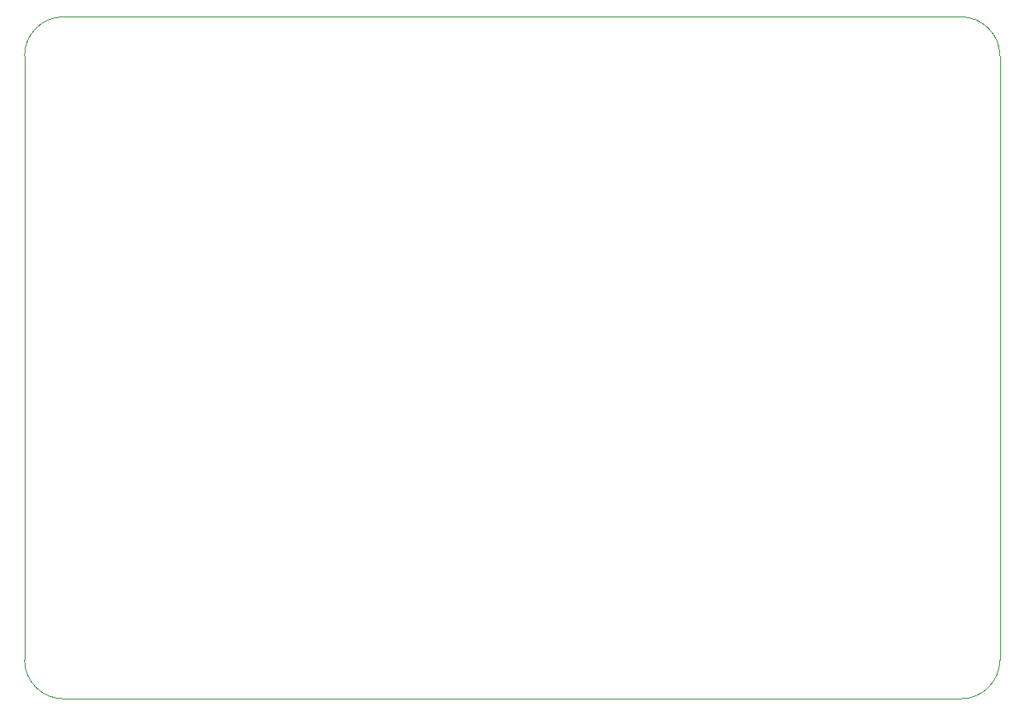
<source format=gbr>
%TF.GenerationSoftware,Altium Limited,Altium Designer,25.1.2 (22)*%
G04 Layer_Color=0*
%FSLAX45Y45*%
%MOMM*%
%TF.SameCoordinates,619A4647-45A5-4391-A3B6-217FFA113737*%
%TF.FilePolarity,Positive*%
%TF.FileFunction,Profile,NP*%
%TF.Part,Single*%
G01*
G75*
%TA.AperFunction,Profile*%
%ADD117C,0.02540*%
D117*
X9600002Y7000000D02*
G02*
X10000000Y6599998I2J-399994D01*
G01*
Y400000D01*
D02*
G02*
X9600000Y0I-400000J0D01*
G01*
X400000D01*
D02*
G02*
X0Y400000I-1J399999D01*
G01*
Y6600001D01*
D02*
G02*
X400000Y7000000I400000J-1D01*
G01*
X9600002D01*
%TF.MD5,0960e6854fc23df12805e03110ba1698*%
M02*

</source>
